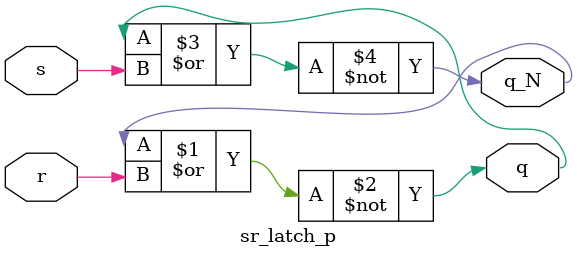
<source format=v>
module sr_latch(s, r, q, q_N);
	input s, r;

	reg Q;
	output q, q_N;
	assign q = Q;
	assign q_N = ~Q;

	always @(s or r) #2 
		Q <= ({s, r} == 'B00) ? Q: 
				 ({s, r} == 'B01) ? 'B0:    
				 ({s, r} == 'B10) ? 'B1:
				 /*	 don't care  */ 'BX;
endmodule

// implementazione a porte logiche (solo rappresentativa, Verilog 
// (teoricamente) non supporta i cicli di retroazione cosi' definiti)
module sr_latch_p(s, r, q, q_N);
	input s, r;

	output q, q_N;

	assign q = ~(q_N | r);
	assign q_N = ~(q | s);
endmodule

</source>
